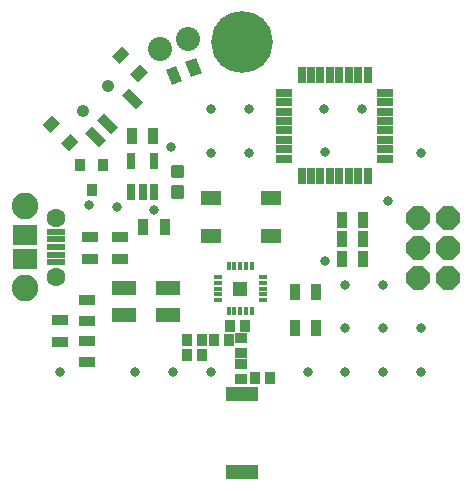
<source format=gts>
G75*
%MOIN*%
%OFA0B0*%
%FSLAX25Y25*%
%IPPOS*%
%LPD*%
%AMOC8*
5,1,8,0,0,1.08239X$1,22.5*
%
%ADD10C,0.20600*%
%ADD11R,0.05600X0.02800*%
%ADD12R,0.02800X0.05600*%
%ADD13R,0.03750X0.04143*%
%ADD14R,0.07100X0.04537*%
%ADD15R,0.03750X0.05324*%
%ADD16R,0.05324X0.03750*%
%ADD17C,0.08000*%
%ADD18R,0.02765X0.05324*%
%ADD19C,0.06309*%
%ADD20R,0.05915X0.02175*%
%ADD21R,0.08080X0.06506*%
%ADD22C,0.08868*%
%ADD23R,0.10600X0.04600*%
%ADD24R,0.04537X0.04537*%
%ADD25R,0.03159X0.01781*%
%ADD26R,0.01781X0.03159*%
%ADD27OC8,0.08000*%
%ADD28R,0.04537X0.03750*%
%ADD29R,0.03356X0.06506*%
%ADD30C,0.04143*%
%ADD31R,0.08080X0.04931*%
%ADD32C,0.01361*%
%ADD33R,0.03356X0.04143*%
%ADD34R,0.04143X0.03356*%
%ADD35C,0.03300*%
D10*
X0084884Y0163568D03*
D11*
X0099005Y0146760D03*
X0099005Y0143610D03*
X0099005Y0140461D03*
X0099005Y0137311D03*
X0099005Y0134161D03*
X0099005Y0131012D03*
X0099005Y0127862D03*
X0099005Y0124713D03*
X0132805Y0124713D03*
X0132805Y0127862D03*
X0132805Y0131012D03*
X0132805Y0134161D03*
X0132805Y0137311D03*
X0132805Y0140461D03*
X0132805Y0143610D03*
X0132805Y0146760D03*
D12*
X0126928Y0152636D03*
X0123779Y0152636D03*
X0120629Y0152636D03*
X0117480Y0152636D03*
X0114330Y0152636D03*
X0111180Y0152636D03*
X0108031Y0152636D03*
X0104881Y0152636D03*
X0104881Y0118836D03*
X0108031Y0118836D03*
X0111180Y0118836D03*
X0114330Y0118836D03*
X0117480Y0118836D03*
X0120629Y0118836D03*
X0123779Y0118836D03*
X0126928Y0118836D03*
D13*
X0038652Y0122585D03*
X0031171Y0122585D03*
X0034912Y0114317D03*
D14*
X0074579Y0111633D03*
X0074579Y0099035D03*
X0094870Y0099035D03*
X0094870Y0111633D03*
D15*
X0118407Y0104472D03*
X0118439Y0097867D03*
X0118323Y0091268D03*
X0125410Y0091268D03*
X0125525Y0097867D03*
X0125494Y0104472D03*
X0109674Y0080168D03*
X0102587Y0080168D03*
X0102587Y0068357D03*
X0109674Y0068357D03*
X0059281Y0101853D03*
X0052194Y0101853D03*
X0055416Y0132188D03*
X0048329Y0132188D03*
G36*
X0059556Y0154250D02*
X0063019Y0155685D01*
X0065056Y0150768D01*
X0061593Y0149333D01*
X0059556Y0154250D01*
G37*
G36*
X0066103Y0156962D02*
X0069566Y0158397D01*
X0071603Y0153480D01*
X0068140Y0152045D01*
X0066103Y0156962D01*
G37*
D16*
X0044469Y0098552D03*
X0044469Y0091465D03*
X0034214Y0091456D03*
X0034214Y0098542D03*
X0033296Y0077806D03*
X0033296Y0070719D03*
X0033296Y0064026D03*
X0033296Y0056940D03*
X0024275Y0063801D03*
X0024275Y0070888D03*
D17*
X0057559Y0161306D03*
X0066950Y0164742D03*
D18*
X0055616Y0123867D03*
X0048136Y0123867D03*
X0048136Y0113630D03*
X0051876Y0113630D03*
X0055616Y0113630D03*
D19*
X0023194Y0105144D03*
X0023194Y0085459D03*
D20*
X0023194Y0090183D03*
X0023194Y0092742D03*
X0023194Y0095301D03*
X0023194Y0097860D03*
X0023194Y0100419D03*
D21*
X0012564Y0099238D03*
X0012564Y0091364D03*
D22*
X0012605Y0081524D03*
X0012559Y0109096D03*
D23*
X0084875Y0046193D03*
X0084875Y0020193D03*
D24*
X0084482Y0081468D03*
D25*
X0091962Y0081468D03*
X0091962Y0083436D03*
X0091962Y0085405D03*
X0091962Y0079499D03*
X0091962Y0077531D03*
X0077002Y0077531D03*
X0077002Y0079499D03*
X0077002Y0081468D03*
X0077002Y0083436D03*
X0077002Y0085405D03*
D26*
X0080545Y0088948D03*
X0082513Y0088948D03*
X0084482Y0088948D03*
X0086450Y0088948D03*
X0088419Y0088948D03*
X0088419Y0073988D03*
X0086450Y0073988D03*
X0084482Y0073988D03*
X0082513Y0073988D03*
X0080545Y0073988D03*
D27*
X0143725Y0084976D03*
X0143725Y0094976D03*
X0153725Y0094976D03*
X0153725Y0084976D03*
X0153725Y0104976D03*
X0143725Y0104976D03*
D28*
G36*
X0047802Y0152976D02*
X0051008Y0156182D01*
X0053660Y0153530D01*
X0050454Y0150324D01*
X0047802Y0152976D01*
G37*
G36*
X0041678Y0159100D02*
X0044884Y0162306D01*
X0047536Y0159654D01*
X0044330Y0156448D01*
X0041678Y0159100D01*
G37*
G36*
X0018572Y0135994D02*
X0021778Y0139200D01*
X0024430Y0136548D01*
X0021224Y0133342D01*
X0018572Y0135994D01*
G37*
G36*
X0024696Y0129869D02*
X0027902Y0133075D01*
X0030554Y0130423D01*
X0027348Y0127217D01*
X0024696Y0129869D01*
G37*
D29*
G36*
X0032630Y0133347D02*
X0035003Y0135720D01*
X0039602Y0131121D01*
X0037229Y0128748D01*
X0032630Y0133347D01*
G37*
G36*
X0036806Y0137523D02*
X0039179Y0139896D01*
X0043778Y0135297D01*
X0041405Y0132924D01*
X0036806Y0137523D01*
G37*
G36*
X0045157Y0145875D02*
X0047530Y0148248D01*
X0052129Y0143649D01*
X0049756Y0141276D01*
X0045157Y0145875D01*
G37*
D30*
X0040292Y0148938D03*
X0031940Y0140586D03*
D31*
X0045713Y0081624D03*
X0045713Y0072569D03*
X0060279Y0072569D03*
X0060279Y0081624D03*
D32*
X0061889Y0115233D02*
X0065065Y0115233D01*
X0065065Y0112057D01*
X0061889Y0112057D01*
X0061889Y0115233D01*
X0061889Y0113417D02*
X0065065Y0113417D01*
X0065065Y0114777D02*
X0061889Y0114777D01*
X0061889Y0122138D02*
X0065065Y0122138D01*
X0065065Y0118962D01*
X0061889Y0118962D01*
X0061889Y0122138D01*
X0061889Y0120322D02*
X0065065Y0120322D01*
X0065065Y0121682D02*
X0061889Y0121682D01*
D33*
X0080930Y0068951D03*
X0080737Y0064420D03*
X0075619Y0064420D03*
X0071808Y0064381D03*
X0066690Y0064381D03*
X0066686Y0059259D03*
X0071804Y0059259D03*
X0086048Y0068951D03*
X0089398Y0051822D03*
X0094517Y0051822D03*
D34*
X0084871Y0051231D03*
X0084871Y0056349D03*
X0084871Y0059892D03*
X0084871Y0065010D03*
D35*
X0024241Y0053790D03*
X0049438Y0053790D03*
X0062036Y0053790D03*
X0074635Y0053790D03*
X0106918Y0053790D03*
X0119517Y0053790D03*
X0132115Y0053790D03*
X0144713Y0053790D03*
X0144713Y0068357D03*
X0132115Y0068357D03*
X0132115Y0082530D03*
X0119517Y0082530D03*
X0112824Y0090798D03*
X0119517Y0068357D03*
X0133690Y0110680D03*
X0144713Y0126625D03*
X0125028Y0141192D03*
X0112430Y0141192D03*
X0112824Y0127018D03*
X0087233Y0126625D03*
X0074635Y0126625D03*
X0061249Y0128593D03*
X0074635Y0141192D03*
X0087233Y0141192D03*
X0055737Y0107727D03*
X0043532Y0108514D03*
X0034083Y0109302D03*
M02*

</source>
